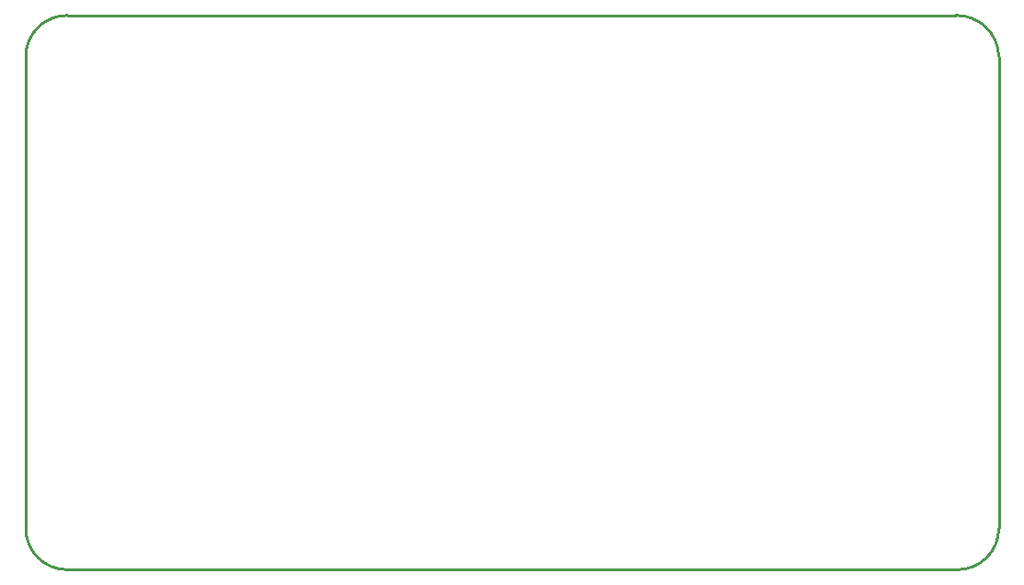
<source format=gko>
G04 Layer_Color=16711935*
%FSLAX44Y44*%
%MOMM*%
G71*
G01*
G75*
%ADD93C,0.2540*%
D93*
X857500Y-500D02*
G03*
X895750Y37500I125J38125D01*
G01*
Y472500D02*
G03*
X856250Y510500I-38750J-750D01*
G01*
X37500D02*
G03*
X-500Y472500I0J-38000D01*
G01*
Y37500D02*
G03*
X37500Y-500I38000J0D01*
G01*
X-500Y37500D02*
Y472500D01*
X37500Y510500D02*
X856250D01*
X895750Y37500D02*
Y472500D01*
X37500Y-500D02*
X857500D01*
M02*

</source>
